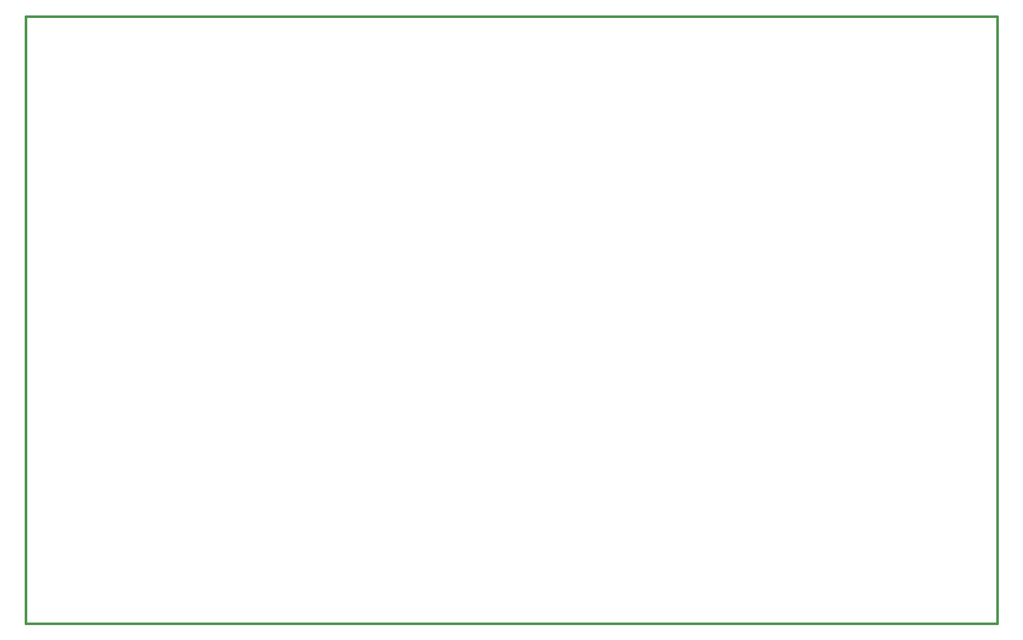
<source format=gbr>
G04 (created by PCBNEW (2013-07-07 BZR 4022)-stable) date 18.10.2013 17:48:47*
%MOIN*%
G04 Gerber Fmt 3.4, Leading zero omitted, Abs format*
%FSLAX34Y34*%
G01*
G70*
G90*
G04 APERTURE LIST*
%ADD10C,0.00590551*%
%ADD11C,0.015*%
G04 APERTURE END LIST*
G54D10*
G54D11*
X19685Y-59055D02*
X19685Y-19685D01*
X82677Y-59055D02*
X19685Y-59055D01*
X82677Y-19685D02*
X82677Y-59055D01*
X19685Y-19685D02*
X82677Y-19685D01*
M02*

</source>
